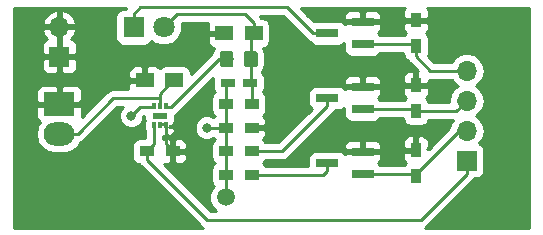
<source format=gtl>
G04 #@! TF.GenerationSoftware,KiCad,Pcbnew,5.0.2-bee76a0~70~ubuntu16.04.1*
G04 #@! TF.CreationDate,2019-01-02T15:35:10+05:30*
G04 #@! TF.ProjectId,Ap3403_LED_test,41703334-3033-45f4-9c45-445f74657374,rev?*
G04 #@! TF.SameCoordinates,Original*
G04 #@! TF.FileFunction,Copper,L1,Top*
G04 #@! TF.FilePolarity,Positive*
%FSLAX46Y46*%
G04 Gerber Fmt 4.6, Leading zero omitted, Abs format (unit mm)*
G04 Created by KiCad (PCBNEW 5.0.2-bee76a0~70~ubuntu16.04.1) date Wed Jan  2 15:35:10 2019*
%MOMM*%
%LPD*%
G01*
G04 APERTURE LIST*
G04 #@! TA.AperFunction,SMDPad,CuDef*
%ADD10R,1.300000X0.600000*%
G04 #@! TD*
G04 #@! TA.AperFunction,SMDPad,CuDef*
%ADD11R,0.300000X0.600000*%
G04 #@! TD*
G04 #@! TA.AperFunction,ComponentPad*
%ADD12R,1.800000X1.800000*%
G04 #@! TD*
G04 #@! TA.AperFunction,ComponentPad*
%ADD13C,1.800000*%
G04 #@! TD*
G04 #@! TA.AperFunction,SMDPad,CuDef*
%ADD14R,1.900000X0.800000*%
G04 #@! TD*
G04 #@! TA.AperFunction,SMDPad,CuDef*
%ADD15R,1.500000X1.250000*%
G04 #@! TD*
G04 #@! TA.AperFunction,SMDPad,CuDef*
%ADD16R,1.200000X0.750000*%
G04 #@! TD*
G04 #@! TA.AperFunction,ComponentPad*
%ADD17O,2.600000X2.000000*%
G04 #@! TD*
G04 #@! TA.AperFunction,ComponentPad*
%ADD18R,2.600000X2.000000*%
G04 #@! TD*
G04 #@! TA.AperFunction,ComponentPad*
%ADD19R,1.700000X1.700000*%
G04 #@! TD*
G04 #@! TA.AperFunction,ComponentPad*
%ADD20O,1.700000X1.700000*%
G04 #@! TD*
G04 #@! TA.AperFunction,SMDPad,CuDef*
%ADD21R,1.200000X0.900000*%
G04 #@! TD*
G04 #@! TA.AperFunction,SMDPad,CuDef*
%ADD22R,0.900000X1.200000*%
G04 #@! TD*
G04 #@! TA.AperFunction,BGAPad,CuDef*
%ADD23C,1.500000*%
G04 #@! TD*
G04 #@! TA.AperFunction,Conductor*
%ADD24C,0.100000*%
G04 #@! TD*
G04 #@! TA.AperFunction,SMDPad,CuDef*
%ADD25C,1.150000*%
G04 #@! TD*
G04 #@! TA.AperFunction,ViaPad*
%ADD26C,0.800000*%
G04 #@! TD*
G04 #@! TA.AperFunction,Conductor*
%ADD27C,0.250000*%
G04 #@! TD*
G04 #@! TA.AperFunction,Conductor*
%ADD28C,0.254000*%
G04 #@! TD*
G04 APERTURE END LIST*
D10*
G04 #@! TO.P,U1,EP*
G04 #@! TO.N,N/C*
X26000000Y-186800000D03*
D11*
G04 #@! TO.P,U1,2*
G04 #@! TO.N,GND*
X26000000Y-187600000D03*
G04 #@! TO.P,U1,5*
G04 #@! TO.N,/VIN*
X26000000Y-186000000D03*
G04 #@! TO.P,U1,4*
G04 #@! TO.N,Net-(L1-Pad1)*
X26500000Y-186000000D03*
G04 #@! TO.P,U1,6*
G04 #@! TO.N,Net-(C2-Pad2)*
X25500000Y-186000000D03*
G04 #@! TO.P,U1,1*
G04 #@! TO.N,/REG_EN*
X25500000Y-187600000D03*
G04 #@! TO.P,U1,3*
G04 #@! TO.N,GND*
X26500000Y-187600000D03*
G04 #@! TD*
D12*
G04 #@! TO.P,D1,1*
G04 #@! TO.N,Net-(D1-Pad1)*
X23800000Y-179300000D03*
D13*
G04 #@! TO.P,D1,2*
G04 #@! TO.N,/VLED*
X26340000Y-179300000D03*
G04 #@! TD*
D14*
G04 #@! TO.P,Q2,1*
G04 #@! TO.N,/PWR2*
X43200000Y-186250000D03*
G04 #@! TO.P,Q2,2*
G04 #@! TO.N,GND*
X43200000Y-184350000D03*
G04 #@! TO.P,Q2,3*
G04 #@! TO.N,Net-(Q2-Pad3)*
X40200000Y-185300000D03*
G04 #@! TD*
D15*
G04 #@! TO.P,C1,1*
G04 #@! TO.N,/VIN*
X27250000Y-183800000D03*
G04 #@! TO.P,C1,2*
G04 #@! TO.N,GND*
X24750000Y-183800000D03*
G04 #@! TD*
D16*
G04 #@! TO.P,C2,2*
G04 #@! TO.N,Net-(C2-Pad2)*
X31750000Y-184000000D03*
G04 #@! TO.P,C2,1*
G04 #@! TO.N,/VLED*
X33650000Y-184000000D03*
G04 #@! TD*
D15*
G04 #@! TO.P,C3,2*
G04 #@! TO.N,GND*
X31450000Y-179800000D03*
G04 #@! TO.P,C3,1*
G04 #@! TO.N,/VLED*
X33950000Y-179800000D03*
G04 #@! TD*
D17*
G04 #@! TO.P,J1,2*
G04 #@! TO.N,/VIN*
X17500000Y-188340000D03*
D18*
G04 #@! TO.P,J1,1*
G04 #@! TO.N,GND*
X17500000Y-185800000D03*
G04 #@! TD*
D19*
G04 #@! TO.P,J2,1*
G04 #@! TO.N,GND*
X17500000Y-181800000D03*
D20*
G04 #@! TO.P,J2,2*
X17500000Y-179260000D03*
G04 #@! TD*
D19*
G04 #@! TO.P,J3,1*
G04 #@! TO.N,/REG_EN*
X52000000Y-190600000D03*
D20*
G04 #@! TO.P,J3,2*
G04 #@! TO.N,/PWR1*
X52000000Y-188060000D03*
G04 #@! TO.P,J3,3*
G04 #@! TO.N,/PWR2*
X52000000Y-185520000D03*
G04 #@! TO.P,J3,4*
G04 #@! TO.N,/LED_EN*
X52000000Y-182980000D03*
G04 #@! TD*
D14*
G04 #@! TO.P,Q1,1*
G04 #@! TO.N,/PWR1*
X43200000Y-191750000D03*
G04 #@! TO.P,Q1,2*
G04 #@! TO.N,GND*
X43200000Y-189850000D03*
G04 #@! TO.P,Q1,3*
G04 #@! TO.N,Net-(Q1-Pad3)*
X40200000Y-190800000D03*
G04 #@! TD*
G04 #@! TO.P,Q3,3*
G04 #@! TO.N,Net-(D1-Pad1)*
X40200000Y-179800000D03*
G04 #@! TO.P,Q3,2*
G04 #@! TO.N,GND*
X43200000Y-178850000D03*
G04 #@! TO.P,Q3,1*
G04 #@! TO.N,/LED_EN*
X43200000Y-180750000D03*
G04 #@! TD*
D21*
G04 #@! TO.P,R1,2*
G04 #@! TO.N,GND*
X27100000Y-189800000D03*
G04 #@! TO.P,R1,1*
G04 #@! TO.N,/REG_EN*
X24900000Y-189800000D03*
G04 #@! TD*
G04 #@! TO.P,R2,2*
G04 #@! TO.N,Net-(C2-Pad2)*
X31600000Y-185800000D03*
G04 #@! TO.P,R2,1*
G04 #@! TO.N,/VLED*
X33800000Y-185800000D03*
G04 #@! TD*
G04 #@! TO.P,R3,1*
G04 #@! TO.N,Net-(C2-Pad2)*
X31600000Y-187800000D03*
G04 #@! TO.P,R3,2*
G04 #@! TO.N,GND*
X33800000Y-187800000D03*
G04 #@! TD*
D22*
G04 #@! TO.P,R4,1*
G04 #@! TO.N,/PWR1*
X47700000Y-191900000D03*
G04 #@! TO.P,R4,2*
G04 #@! TO.N,GND*
X47700000Y-189700000D03*
G04 #@! TD*
D21*
G04 #@! TO.P,R5,2*
G04 #@! TO.N,Net-(Q1-Pad3)*
X33800000Y-191800000D03*
G04 #@! TO.P,R5,1*
G04 #@! TO.N,Net-(C2-Pad2)*
X31600000Y-191800000D03*
G04 #@! TD*
D22*
G04 #@! TO.P,R6,2*
G04 #@! TO.N,GND*
X47700000Y-184200000D03*
G04 #@! TO.P,R6,1*
G04 #@! TO.N,/PWR2*
X47700000Y-186400000D03*
G04 #@! TD*
D21*
G04 #@! TO.P,R7,1*
G04 #@! TO.N,Net-(C2-Pad2)*
X31600000Y-189800000D03*
G04 #@! TO.P,R7,2*
G04 #@! TO.N,Net-(Q2-Pad3)*
X33800000Y-189800000D03*
G04 #@! TD*
D22*
G04 #@! TO.P,R8,1*
G04 #@! TO.N,/LED_EN*
X47700000Y-180900000D03*
G04 #@! TO.P,R8,2*
G04 #@! TO.N,GND*
X47700000Y-178700000D03*
G04 #@! TD*
D23*
G04 #@! TO.P,TP1,1*
G04 #@! TO.N,Net-(C2-Pad2)*
X31600000Y-193700000D03*
G04 #@! TD*
D24*
G04 #@! TO.N,Net-(L1-Pad1)*
G04 #@! TO.C,L1*
G36*
X32024505Y-181301204D02*
X32048773Y-181304804D01*
X32072572Y-181310765D01*
X32095671Y-181319030D01*
X32117850Y-181329520D01*
X32138893Y-181342132D01*
X32158599Y-181356747D01*
X32176777Y-181373223D01*
X32193253Y-181391401D01*
X32207868Y-181411107D01*
X32220480Y-181432150D01*
X32230970Y-181454329D01*
X32239235Y-181477428D01*
X32245196Y-181501227D01*
X32248796Y-181525495D01*
X32250000Y-181549999D01*
X32250000Y-182450001D01*
X32248796Y-182474505D01*
X32245196Y-182498773D01*
X32239235Y-182522572D01*
X32230970Y-182545671D01*
X32220480Y-182567850D01*
X32207868Y-182588893D01*
X32193253Y-182608599D01*
X32176777Y-182626777D01*
X32158599Y-182643253D01*
X32138893Y-182657868D01*
X32117850Y-182670480D01*
X32095671Y-182680970D01*
X32072572Y-182689235D01*
X32048773Y-182695196D01*
X32024505Y-182698796D01*
X32000001Y-182700000D01*
X31349999Y-182700000D01*
X31325495Y-182698796D01*
X31301227Y-182695196D01*
X31277428Y-182689235D01*
X31254329Y-182680970D01*
X31232150Y-182670480D01*
X31211107Y-182657868D01*
X31191401Y-182643253D01*
X31173223Y-182626777D01*
X31156747Y-182608599D01*
X31142132Y-182588893D01*
X31129520Y-182567850D01*
X31119030Y-182545671D01*
X31110765Y-182522572D01*
X31104804Y-182498773D01*
X31101204Y-182474505D01*
X31100000Y-182450001D01*
X31100000Y-181549999D01*
X31101204Y-181525495D01*
X31104804Y-181501227D01*
X31110765Y-181477428D01*
X31119030Y-181454329D01*
X31129520Y-181432150D01*
X31142132Y-181411107D01*
X31156747Y-181391401D01*
X31173223Y-181373223D01*
X31191401Y-181356747D01*
X31211107Y-181342132D01*
X31232150Y-181329520D01*
X31254329Y-181319030D01*
X31277428Y-181310765D01*
X31301227Y-181304804D01*
X31325495Y-181301204D01*
X31349999Y-181300000D01*
X32000001Y-181300000D01*
X32024505Y-181301204D01*
X32024505Y-181301204D01*
G37*
D25*
G04 #@! TD*
G04 #@! TO.P,L1,1*
G04 #@! TO.N,Net-(L1-Pad1)*
X31675000Y-182000000D03*
D24*
G04 #@! TO.N,/VLED*
G04 #@! TO.C,L1*
G36*
X34074505Y-181301204D02*
X34098773Y-181304804D01*
X34122572Y-181310765D01*
X34145671Y-181319030D01*
X34167850Y-181329520D01*
X34188893Y-181342132D01*
X34208599Y-181356747D01*
X34226777Y-181373223D01*
X34243253Y-181391401D01*
X34257868Y-181411107D01*
X34270480Y-181432150D01*
X34280970Y-181454329D01*
X34289235Y-181477428D01*
X34295196Y-181501227D01*
X34298796Y-181525495D01*
X34300000Y-181549999D01*
X34300000Y-182450001D01*
X34298796Y-182474505D01*
X34295196Y-182498773D01*
X34289235Y-182522572D01*
X34280970Y-182545671D01*
X34270480Y-182567850D01*
X34257868Y-182588893D01*
X34243253Y-182608599D01*
X34226777Y-182626777D01*
X34208599Y-182643253D01*
X34188893Y-182657868D01*
X34167850Y-182670480D01*
X34145671Y-182680970D01*
X34122572Y-182689235D01*
X34098773Y-182695196D01*
X34074505Y-182698796D01*
X34050001Y-182700000D01*
X33399999Y-182700000D01*
X33375495Y-182698796D01*
X33351227Y-182695196D01*
X33327428Y-182689235D01*
X33304329Y-182680970D01*
X33282150Y-182670480D01*
X33261107Y-182657868D01*
X33241401Y-182643253D01*
X33223223Y-182626777D01*
X33206747Y-182608599D01*
X33192132Y-182588893D01*
X33179520Y-182567850D01*
X33169030Y-182545671D01*
X33160765Y-182522572D01*
X33154804Y-182498773D01*
X33151204Y-182474505D01*
X33150000Y-182450001D01*
X33150000Y-181549999D01*
X33151204Y-181525495D01*
X33154804Y-181501227D01*
X33160765Y-181477428D01*
X33169030Y-181454329D01*
X33179520Y-181432150D01*
X33192132Y-181411107D01*
X33206747Y-181391401D01*
X33223223Y-181373223D01*
X33241401Y-181356747D01*
X33261107Y-181342132D01*
X33282150Y-181329520D01*
X33304329Y-181319030D01*
X33327428Y-181310765D01*
X33351227Y-181304804D01*
X33375495Y-181301204D01*
X33399999Y-181300000D01*
X34050001Y-181300000D01*
X34074505Y-181301204D01*
X34074505Y-181301204D01*
G37*
D25*
G04 #@! TD*
G04 #@! TO.P,L1,2*
G04 #@! TO.N,/VLED*
X33725000Y-182000000D03*
D26*
G04 #@! TO.N,GND*
X27100000Y-191200000D03*
X43200000Y-182900000D03*
X43200000Y-188100000D03*
X49100000Y-178700000D03*
G04 #@! TO.N,Net-(C2-Pad2)*
X30000000Y-187800000D03*
X23600000Y-186800000D03*
G04 #@! TD*
D27*
G04 #@! TO.N,/VIN*
X26000000Y-185600000D02*
X26000000Y-186075000D01*
X27125000Y-183800000D02*
X26000000Y-184925000D01*
X27250000Y-183800000D02*
X27125000Y-183800000D01*
X22090000Y-185300000D02*
X26000000Y-185300000D01*
X17500000Y-188340000D02*
X19050000Y-188340000D01*
X26000000Y-184925000D02*
X26000000Y-185300000D01*
X19050000Y-188340000D02*
X22090000Y-185300000D01*
X26000000Y-185300000D02*
X26000000Y-185600000D01*
G04 #@! TO.N,GND*
X26000000Y-187525000D02*
X26500000Y-187525000D01*
X26500000Y-189200000D02*
X27100000Y-189800000D01*
X26500000Y-187525000D02*
X26500000Y-189200000D01*
X47550000Y-178850000D02*
X47700000Y-178700000D01*
X43200000Y-178850000D02*
X47550000Y-178850000D01*
X47550000Y-184350000D02*
X47700000Y-184200000D01*
X43200000Y-184350000D02*
X47550000Y-184350000D01*
X47550000Y-189850000D02*
X47700000Y-189700000D01*
X43200000Y-189850000D02*
X47550000Y-189850000D01*
X21050000Y-183800000D02*
X23750000Y-183800000D01*
X23750000Y-183800000D02*
X24750000Y-183800000D01*
X19050000Y-185800000D02*
X21050000Y-183800000D01*
X17500000Y-185800000D02*
X19050000Y-185800000D01*
X27100000Y-189800000D02*
X27100000Y-191200000D01*
X43200000Y-184350000D02*
X43200000Y-182900000D01*
X43200000Y-189850000D02*
X43200000Y-188100000D01*
X47700000Y-178700000D02*
X49100000Y-178700000D01*
G04 #@! TO.N,Net-(C2-Pad2)*
X31600000Y-185800000D02*
X31600000Y-187800000D01*
X31600000Y-187800000D02*
X30000000Y-187800000D01*
X24325000Y-186075000D02*
X25500000Y-186075000D01*
X23600000Y-186800000D02*
X24325000Y-186075000D01*
X31600000Y-187800000D02*
X31600000Y-189800000D01*
X31600000Y-189800000D02*
X31600000Y-191800000D01*
X31600000Y-184150000D02*
X31750000Y-184000000D01*
X31600000Y-185800000D02*
X31600000Y-184150000D01*
X31600000Y-191800000D02*
X31600000Y-193700000D01*
G04 #@! TO.N,/VLED*
X33800000Y-184150000D02*
X33650000Y-184000000D01*
X33800000Y-185800000D02*
X33800000Y-184150000D01*
X33725000Y-180025000D02*
X33950000Y-179800000D01*
X33725000Y-182000000D02*
X33725000Y-180025000D01*
X33725000Y-183925000D02*
X33650000Y-184000000D01*
X33725000Y-182000000D02*
X33725000Y-183925000D01*
X33950000Y-178925000D02*
X33225000Y-178200000D01*
X33950000Y-179800000D02*
X33950000Y-178925000D01*
X27440000Y-178200000D02*
X26340000Y-179300000D01*
X33225000Y-178200000D02*
X27440000Y-178200000D01*
G04 #@! TO.N,Net-(D1-Pad1)*
X23800000Y-179300000D02*
X23800000Y-178150000D01*
X23800000Y-178150000D02*
X24350000Y-177600000D01*
X39000000Y-179800000D02*
X40200000Y-179800000D01*
X36800000Y-177600000D02*
X39000000Y-179800000D01*
X24350000Y-177600000D02*
X36800000Y-177600000D01*
G04 #@! TO.N,/REG_EN*
X25500000Y-189200000D02*
X24900000Y-189800000D01*
X25500000Y-187525000D02*
X25500000Y-189200000D01*
X52000000Y-191700000D02*
X52000000Y-190600000D01*
X48100000Y-195600000D02*
X52000000Y-191700000D01*
X30000000Y-195600000D02*
X48100000Y-195600000D01*
X24900000Y-190500000D02*
X30000000Y-195600000D01*
X24900000Y-189800000D02*
X24900000Y-190500000D01*
G04 #@! TO.N,/PWR1*
X47550000Y-191750000D02*
X47700000Y-191900000D01*
X43200000Y-191750000D02*
X47550000Y-191750000D01*
X51390000Y-188060000D02*
X52000000Y-188060000D01*
X47700000Y-191750000D02*
X51390000Y-188060000D01*
X47700000Y-191900000D02*
X47700000Y-191750000D01*
G04 #@! TO.N,/PWR2*
X47550000Y-186250000D02*
X47700000Y-186400000D01*
X43200000Y-186250000D02*
X47550000Y-186250000D01*
X51120000Y-186400000D02*
X52000000Y-185520000D01*
X47700000Y-186400000D02*
X51120000Y-186400000D01*
G04 #@! TO.N,/LED_EN*
X47550000Y-180750000D02*
X47700000Y-180900000D01*
X43200000Y-180750000D02*
X47550000Y-180750000D01*
X50797919Y-182980000D02*
X52000000Y-182980000D01*
X48930000Y-182980000D02*
X50797919Y-182980000D01*
X47700000Y-181750000D02*
X48930000Y-182980000D01*
X47700000Y-180900000D02*
X47700000Y-181750000D01*
G04 #@! TO.N,Net-(L1-Pad1)*
X26900000Y-186075000D02*
X26500000Y-186075000D01*
X26925000Y-186075000D02*
X26900000Y-186075000D01*
X31000000Y-182000000D02*
X26925000Y-186075000D01*
X31675000Y-182000000D02*
X31000000Y-182000000D01*
G04 #@! TO.N,Net-(Q1-Pad3)*
X34650000Y-191800000D02*
X33800000Y-191800000D01*
X39850000Y-191800000D02*
X34650000Y-191800000D01*
X40200000Y-191450000D02*
X39850000Y-191800000D01*
X40200000Y-190800000D02*
X40200000Y-191450000D01*
G04 #@! TO.N,Net-(Q2-Pad3)*
X36350000Y-189800000D02*
X40200000Y-185950000D01*
X40200000Y-185950000D02*
X40200000Y-185300000D01*
X33800000Y-189800000D02*
X36350000Y-189800000D01*
G04 #@! TD*
D28*
G04 #@! TO.N,GND*
G36*
X46711673Y-177740302D02*
X46615000Y-177973691D01*
X46615000Y-178414250D01*
X46773750Y-178573000D01*
X47573000Y-178573000D01*
X47573000Y-178553000D01*
X47827000Y-178553000D01*
X47827000Y-178573000D01*
X48626250Y-178573000D01*
X48785000Y-178414250D01*
X48785000Y-177973691D01*
X48688327Y-177740302D01*
X48658025Y-177710000D01*
X57290001Y-177710000D01*
X57290000Y-196290000D01*
X48435305Y-196290000D01*
X48647929Y-196147929D01*
X48690331Y-196084470D01*
X52484473Y-192290329D01*
X52547929Y-192247929D01*
X52648483Y-192097440D01*
X52850000Y-192097440D01*
X53097765Y-192048157D01*
X53307809Y-191907809D01*
X53448157Y-191697765D01*
X53497440Y-191450000D01*
X53497440Y-189750000D01*
X53448157Y-189502235D01*
X53307809Y-189292191D01*
X53097765Y-189151843D01*
X53052381Y-189142816D01*
X53070625Y-189130625D01*
X53398839Y-188639418D01*
X53514092Y-188060000D01*
X53398839Y-187480582D01*
X53070625Y-186989375D01*
X52772239Y-186790000D01*
X53070625Y-186590625D01*
X53398839Y-186099418D01*
X53514092Y-185520000D01*
X53398839Y-184940582D01*
X53070625Y-184449375D01*
X52772239Y-184250000D01*
X53070625Y-184050625D01*
X53398839Y-183559418D01*
X53514092Y-182980000D01*
X53398839Y-182400582D01*
X53070625Y-181909375D01*
X52579418Y-181581161D01*
X52146256Y-181495000D01*
X51853744Y-181495000D01*
X51420582Y-181581161D01*
X50929375Y-181909375D01*
X50721822Y-182220000D01*
X49244802Y-182220000D01*
X48752207Y-181727405D01*
X48797440Y-181500000D01*
X48797440Y-180300000D01*
X48748157Y-180052235D01*
X48607809Y-179842191D01*
X48546680Y-179801346D01*
X48688327Y-179659698D01*
X48785000Y-179426309D01*
X48785000Y-178985750D01*
X48626250Y-178827000D01*
X47827000Y-178827000D01*
X47827000Y-178847000D01*
X47573000Y-178847000D01*
X47573000Y-178827000D01*
X46773750Y-178827000D01*
X46615000Y-178985750D01*
X46615000Y-179426309D01*
X46711673Y-179659698D01*
X46853320Y-179801346D01*
X46792191Y-179842191D01*
X46693427Y-179990000D01*
X44673163Y-179990000D01*
X44607809Y-179892191D01*
X44474306Y-179802987D01*
X44509698Y-179788327D01*
X44688327Y-179609699D01*
X44785000Y-179376310D01*
X44785000Y-179135750D01*
X44626250Y-178977000D01*
X43327000Y-178977000D01*
X43327000Y-178997000D01*
X43073000Y-178997000D01*
X43073000Y-178977000D01*
X41773750Y-178977000D01*
X41688219Y-179062531D01*
X41607809Y-178942191D01*
X41397765Y-178801843D01*
X41150000Y-178752560D01*
X39250000Y-178752560D01*
X39064300Y-178789498D01*
X38598492Y-178323690D01*
X41615000Y-178323690D01*
X41615000Y-178564250D01*
X41773750Y-178723000D01*
X43073000Y-178723000D01*
X43073000Y-177973750D01*
X43327000Y-177973750D01*
X43327000Y-178723000D01*
X44626250Y-178723000D01*
X44785000Y-178564250D01*
X44785000Y-178323690D01*
X44688327Y-178090301D01*
X44509698Y-177911673D01*
X44276309Y-177815000D01*
X43485750Y-177815000D01*
X43327000Y-177973750D01*
X43073000Y-177973750D01*
X42914250Y-177815000D01*
X42123691Y-177815000D01*
X41890302Y-177911673D01*
X41711673Y-178090301D01*
X41615000Y-178323690D01*
X38598492Y-178323690D01*
X37984801Y-177710000D01*
X46741975Y-177710000D01*
X46711673Y-177740302D01*
X46711673Y-177740302D01*
G37*
X46711673Y-177740302D02*
X46615000Y-177973691D01*
X46615000Y-178414250D01*
X46773750Y-178573000D01*
X47573000Y-178573000D01*
X47573000Y-178553000D01*
X47827000Y-178553000D01*
X47827000Y-178573000D01*
X48626250Y-178573000D01*
X48785000Y-178414250D01*
X48785000Y-177973691D01*
X48688327Y-177740302D01*
X48658025Y-177710000D01*
X57290001Y-177710000D01*
X57290000Y-196290000D01*
X48435305Y-196290000D01*
X48647929Y-196147929D01*
X48690331Y-196084470D01*
X52484473Y-192290329D01*
X52547929Y-192247929D01*
X52648483Y-192097440D01*
X52850000Y-192097440D01*
X53097765Y-192048157D01*
X53307809Y-191907809D01*
X53448157Y-191697765D01*
X53497440Y-191450000D01*
X53497440Y-189750000D01*
X53448157Y-189502235D01*
X53307809Y-189292191D01*
X53097765Y-189151843D01*
X53052381Y-189142816D01*
X53070625Y-189130625D01*
X53398839Y-188639418D01*
X53514092Y-188060000D01*
X53398839Y-187480582D01*
X53070625Y-186989375D01*
X52772239Y-186790000D01*
X53070625Y-186590625D01*
X53398839Y-186099418D01*
X53514092Y-185520000D01*
X53398839Y-184940582D01*
X53070625Y-184449375D01*
X52772239Y-184250000D01*
X53070625Y-184050625D01*
X53398839Y-183559418D01*
X53514092Y-182980000D01*
X53398839Y-182400582D01*
X53070625Y-181909375D01*
X52579418Y-181581161D01*
X52146256Y-181495000D01*
X51853744Y-181495000D01*
X51420582Y-181581161D01*
X50929375Y-181909375D01*
X50721822Y-182220000D01*
X49244802Y-182220000D01*
X48752207Y-181727405D01*
X48797440Y-181500000D01*
X48797440Y-180300000D01*
X48748157Y-180052235D01*
X48607809Y-179842191D01*
X48546680Y-179801346D01*
X48688327Y-179659698D01*
X48785000Y-179426309D01*
X48785000Y-178985750D01*
X48626250Y-178827000D01*
X47827000Y-178827000D01*
X47827000Y-178847000D01*
X47573000Y-178847000D01*
X47573000Y-178827000D01*
X46773750Y-178827000D01*
X46615000Y-178985750D01*
X46615000Y-179426309D01*
X46711673Y-179659698D01*
X46853320Y-179801346D01*
X46792191Y-179842191D01*
X46693427Y-179990000D01*
X44673163Y-179990000D01*
X44607809Y-179892191D01*
X44474306Y-179802987D01*
X44509698Y-179788327D01*
X44688327Y-179609699D01*
X44785000Y-179376310D01*
X44785000Y-179135750D01*
X44626250Y-178977000D01*
X43327000Y-178977000D01*
X43327000Y-178997000D01*
X43073000Y-178997000D01*
X43073000Y-178977000D01*
X41773750Y-178977000D01*
X41688219Y-179062531D01*
X41607809Y-178942191D01*
X41397765Y-178801843D01*
X41150000Y-178752560D01*
X39250000Y-178752560D01*
X39064300Y-178789498D01*
X38598492Y-178323690D01*
X41615000Y-178323690D01*
X41615000Y-178564250D01*
X41773750Y-178723000D01*
X43073000Y-178723000D01*
X43073000Y-177973750D01*
X43327000Y-177973750D01*
X43327000Y-178723000D01*
X44626250Y-178723000D01*
X44785000Y-178564250D01*
X44785000Y-178323690D01*
X44688327Y-178090301D01*
X44509698Y-177911673D01*
X44276309Y-177815000D01*
X43485750Y-177815000D01*
X43327000Y-177973750D01*
X43073000Y-177973750D01*
X42914250Y-177815000D01*
X42123691Y-177815000D01*
X41890302Y-177911673D01*
X41711673Y-178090301D01*
X41615000Y-178323690D01*
X38598492Y-178323690D01*
X37984801Y-177710000D01*
X46741975Y-177710000D01*
X46711673Y-177740302D01*
G36*
X23151518Y-177752560D02*
X22900000Y-177752560D01*
X22652235Y-177801843D01*
X22442191Y-177942191D01*
X22301843Y-178152235D01*
X22252560Y-178400000D01*
X22252560Y-180200000D01*
X22301843Y-180447765D01*
X22442191Y-180657809D01*
X22652235Y-180798157D01*
X22900000Y-180847440D01*
X24700000Y-180847440D01*
X24947765Y-180798157D01*
X25157809Y-180657809D01*
X25298157Y-180447765D01*
X25301275Y-180432092D01*
X25470493Y-180601310D01*
X26034670Y-180835000D01*
X26645330Y-180835000D01*
X27209507Y-180601310D01*
X27641310Y-180169507D01*
X27875000Y-179605330D01*
X27875000Y-178994670D01*
X27860639Y-178960000D01*
X30101737Y-178960000D01*
X30065000Y-179048690D01*
X30065000Y-179514250D01*
X30223750Y-179673000D01*
X31323000Y-179673000D01*
X31323000Y-179653000D01*
X31577000Y-179653000D01*
X31577000Y-179673000D01*
X31597000Y-179673000D01*
X31597000Y-179927000D01*
X31577000Y-179927000D01*
X31577000Y-179947000D01*
X31323000Y-179947000D01*
X31323000Y-179927000D01*
X30223750Y-179927000D01*
X30065000Y-180085750D01*
X30065000Y-180551310D01*
X30161673Y-180784699D01*
X30340302Y-180963327D01*
X30573691Y-181060000D01*
X30618804Y-181060000D01*
X30520873Y-181206564D01*
X30475100Y-181436684D01*
X30452071Y-181452071D01*
X30409671Y-181515527D01*
X28647440Y-183277758D01*
X28647440Y-183175000D01*
X28598157Y-182927235D01*
X28457809Y-182717191D01*
X28247765Y-182576843D01*
X28000000Y-182527560D01*
X26500000Y-182527560D01*
X26252235Y-182576843D01*
X26042191Y-182717191D01*
X26001346Y-182778320D01*
X25859698Y-182636673D01*
X25626309Y-182540000D01*
X25035750Y-182540000D01*
X24877000Y-182698750D01*
X24877000Y-183673000D01*
X24897000Y-183673000D01*
X24897000Y-183927000D01*
X24877000Y-183927000D01*
X24877000Y-183947000D01*
X24623000Y-183947000D01*
X24623000Y-183927000D01*
X23523750Y-183927000D01*
X23365000Y-184085750D01*
X23365000Y-184540000D01*
X22164846Y-184540000D01*
X22089999Y-184525112D01*
X22015152Y-184540000D01*
X22015148Y-184540000D01*
X21793463Y-184584096D01*
X21542071Y-184752071D01*
X21499671Y-184815527D01*
X19435000Y-186880199D01*
X19435000Y-186085750D01*
X19276250Y-185927000D01*
X17627000Y-185927000D01*
X17627000Y-185947000D01*
X17373000Y-185947000D01*
X17373000Y-185927000D01*
X15723750Y-185927000D01*
X15565000Y-186085750D01*
X15565000Y-186926309D01*
X15661673Y-187159698D01*
X15840301Y-187338327D01*
X15889330Y-187358635D01*
X15659864Y-187702055D01*
X15532969Y-188340000D01*
X15659864Y-188977945D01*
X16021231Y-189518769D01*
X16562055Y-189880136D01*
X17038969Y-189975000D01*
X17961031Y-189975000D01*
X18437945Y-189880136D01*
X18978769Y-189518769D01*
X19279080Y-189069322D01*
X19346537Y-189055904D01*
X19597929Y-188887929D01*
X19640331Y-188824470D01*
X22404802Y-186060000D01*
X22876289Y-186060000D01*
X22722569Y-186213720D01*
X22565000Y-186594126D01*
X22565000Y-187005874D01*
X22722569Y-187386280D01*
X23013720Y-187677431D01*
X23394126Y-187835000D01*
X23805874Y-187835000D01*
X24186280Y-187677431D01*
X24477431Y-187386280D01*
X24635000Y-187005874D01*
X24635000Y-186839802D01*
X24639802Y-186835000D01*
X24702560Y-186835000D01*
X24702560Y-187100000D01*
X24722451Y-187200000D01*
X24702560Y-187300000D01*
X24702560Y-187900000D01*
X24740000Y-188088227D01*
X24740001Y-188702560D01*
X24300000Y-188702560D01*
X24052235Y-188751843D01*
X23842191Y-188892191D01*
X23701843Y-189102235D01*
X23652560Y-189350000D01*
X23652560Y-190250000D01*
X23701843Y-190497765D01*
X23842191Y-190707809D01*
X24052235Y-190848157D01*
X24244087Y-190886318D01*
X24309421Y-190984097D01*
X24352072Y-191047929D01*
X24415528Y-191090329D01*
X29409671Y-196084473D01*
X29452071Y-196147929D01*
X29664695Y-196290000D01*
X13710000Y-196290000D01*
X13710000Y-184673691D01*
X15565000Y-184673691D01*
X15565000Y-185514250D01*
X15723750Y-185673000D01*
X17373000Y-185673000D01*
X17373000Y-184323750D01*
X17627000Y-184323750D01*
X17627000Y-185673000D01*
X19276250Y-185673000D01*
X19435000Y-185514250D01*
X19435000Y-184673691D01*
X19338327Y-184440302D01*
X19159699Y-184261673D01*
X18926310Y-184165000D01*
X17785750Y-184165000D01*
X17627000Y-184323750D01*
X17373000Y-184323750D01*
X17214250Y-184165000D01*
X16073690Y-184165000D01*
X15840301Y-184261673D01*
X15661673Y-184440302D01*
X15565000Y-184673691D01*
X13710000Y-184673691D01*
X13710000Y-182085750D01*
X16015000Y-182085750D01*
X16015000Y-182776310D01*
X16111673Y-183009699D01*
X16290302Y-183188327D01*
X16523691Y-183285000D01*
X17214250Y-183285000D01*
X17373000Y-183126250D01*
X17373000Y-181927000D01*
X17627000Y-181927000D01*
X17627000Y-183126250D01*
X17785750Y-183285000D01*
X18476309Y-183285000D01*
X18709698Y-183188327D01*
X18849335Y-183048690D01*
X23365000Y-183048690D01*
X23365000Y-183514250D01*
X23523750Y-183673000D01*
X24623000Y-183673000D01*
X24623000Y-182698750D01*
X24464250Y-182540000D01*
X23873691Y-182540000D01*
X23640302Y-182636673D01*
X23461673Y-182815301D01*
X23365000Y-183048690D01*
X18849335Y-183048690D01*
X18888327Y-183009699D01*
X18985000Y-182776310D01*
X18985000Y-182085750D01*
X18826250Y-181927000D01*
X17627000Y-181927000D01*
X17373000Y-181927000D01*
X16173750Y-181927000D01*
X16015000Y-182085750D01*
X13710000Y-182085750D01*
X13710000Y-180823690D01*
X16015000Y-180823690D01*
X16015000Y-181514250D01*
X16173750Y-181673000D01*
X17373000Y-181673000D01*
X17373000Y-179387000D01*
X17627000Y-179387000D01*
X17627000Y-181673000D01*
X18826250Y-181673000D01*
X18985000Y-181514250D01*
X18985000Y-180823690D01*
X18888327Y-180590301D01*
X18709698Y-180411673D01*
X18500122Y-180324864D01*
X18771645Y-180026924D01*
X18941476Y-179616890D01*
X18820155Y-179387000D01*
X17627000Y-179387000D01*
X17373000Y-179387000D01*
X16179845Y-179387000D01*
X16058524Y-179616890D01*
X16228355Y-180026924D01*
X16499878Y-180324864D01*
X16290302Y-180411673D01*
X16111673Y-180590301D01*
X16015000Y-180823690D01*
X13710000Y-180823690D01*
X13710000Y-178903110D01*
X16058524Y-178903110D01*
X16179845Y-179133000D01*
X17373000Y-179133000D01*
X17373000Y-177939181D01*
X17627000Y-177939181D01*
X17627000Y-179133000D01*
X18820155Y-179133000D01*
X18941476Y-178903110D01*
X18771645Y-178493076D01*
X18381358Y-178064817D01*
X17856892Y-177818514D01*
X17627000Y-177939181D01*
X17373000Y-177939181D01*
X17143108Y-177818514D01*
X16618642Y-178064817D01*
X16228355Y-178493076D01*
X16058524Y-178903110D01*
X13710000Y-178903110D01*
X13710000Y-177710000D01*
X23179956Y-177710000D01*
X23151518Y-177752560D01*
X23151518Y-177752560D01*
G37*
X23151518Y-177752560D02*
X22900000Y-177752560D01*
X22652235Y-177801843D01*
X22442191Y-177942191D01*
X22301843Y-178152235D01*
X22252560Y-178400000D01*
X22252560Y-180200000D01*
X22301843Y-180447765D01*
X22442191Y-180657809D01*
X22652235Y-180798157D01*
X22900000Y-180847440D01*
X24700000Y-180847440D01*
X24947765Y-180798157D01*
X25157809Y-180657809D01*
X25298157Y-180447765D01*
X25301275Y-180432092D01*
X25470493Y-180601310D01*
X26034670Y-180835000D01*
X26645330Y-180835000D01*
X27209507Y-180601310D01*
X27641310Y-180169507D01*
X27875000Y-179605330D01*
X27875000Y-178994670D01*
X27860639Y-178960000D01*
X30101737Y-178960000D01*
X30065000Y-179048690D01*
X30065000Y-179514250D01*
X30223750Y-179673000D01*
X31323000Y-179673000D01*
X31323000Y-179653000D01*
X31577000Y-179653000D01*
X31577000Y-179673000D01*
X31597000Y-179673000D01*
X31597000Y-179927000D01*
X31577000Y-179927000D01*
X31577000Y-179947000D01*
X31323000Y-179947000D01*
X31323000Y-179927000D01*
X30223750Y-179927000D01*
X30065000Y-180085750D01*
X30065000Y-180551310D01*
X30161673Y-180784699D01*
X30340302Y-180963327D01*
X30573691Y-181060000D01*
X30618804Y-181060000D01*
X30520873Y-181206564D01*
X30475100Y-181436684D01*
X30452071Y-181452071D01*
X30409671Y-181515527D01*
X28647440Y-183277758D01*
X28647440Y-183175000D01*
X28598157Y-182927235D01*
X28457809Y-182717191D01*
X28247765Y-182576843D01*
X28000000Y-182527560D01*
X26500000Y-182527560D01*
X26252235Y-182576843D01*
X26042191Y-182717191D01*
X26001346Y-182778320D01*
X25859698Y-182636673D01*
X25626309Y-182540000D01*
X25035750Y-182540000D01*
X24877000Y-182698750D01*
X24877000Y-183673000D01*
X24897000Y-183673000D01*
X24897000Y-183927000D01*
X24877000Y-183927000D01*
X24877000Y-183947000D01*
X24623000Y-183947000D01*
X24623000Y-183927000D01*
X23523750Y-183927000D01*
X23365000Y-184085750D01*
X23365000Y-184540000D01*
X22164846Y-184540000D01*
X22089999Y-184525112D01*
X22015152Y-184540000D01*
X22015148Y-184540000D01*
X21793463Y-184584096D01*
X21542071Y-184752071D01*
X21499671Y-184815527D01*
X19435000Y-186880199D01*
X19435000Y-186085750D01*
X19276250Y-185927000D01*
X17627000Y-185927000D01*
X17627000Y-185947000D01*
X17373000Y-185947000D01*
X17373000Y-185927000D01*
X15723750Y-185927000D01*
X15565000Y-186085750D01*
X15565000Y-186926309D01*
X15661673Y-187159698D01*
X15840301Y-187338327D01*
X15889330Y-187358635D01*
X15659864Y-187702055D01*
X15532969Y-188340000D01*
X15659864Y-188977945D01*
X16021231Y-189518769D01*
X16562055Y-189880136D01*
X17038969Y-189975000D01*
X17961031Y-189975000D01*
X18437945Y-189880136D01*
X18978769Y-189518769D01*
X19279080Y-189069322D01*
X19346537Y-189055904D01*
X19597929Y-188887929D01*
X19640331Y-188824470D01*
X22404802Y-186060000D01*
X22876289Y-186060000D01*
X22722569Y-186213720D01*
X22565000Y-186594126D01*
X22565000Y-187005874D01*
X22722569Y-187386280D01*
X23013720Y-187677431D01*
X23394126Y-187835000D01*
X23805874Y-187835000D01*
X24186280Y-187677431D01*
X24477431Y-187386280D01*
X24635000Y-187005874D01*
X24635000Y-186839802D01*
X24639802Y-186835000D01*
X24702560Y-186835000D01*
X24702560Y-187100000D01*
X24722451Y-187200000D01*
X24702560Y-187300000D01*
X24702560Y-187900000D01*
X24740000Y-188088227D01*
X24740001Y-188702560D01*
X24300000Y-188702560D01*
X24052235Y-188751843D01*
X23842191Y-188892191D01*
X23701843Y-189102235D01*
X23652560Y-189350000D01*
X23652560Y-190250000D01*
X23701843Y-190497765D01*
X23842191Y-190707809D01*
X24052235Y-190848157D01*
X24244087Y-190886318D01*
X24309421Y-190984097D01*
X24352072Y-191047929D01*
X24415528Y-191090329D01*
X29409671Y-196084473D01*
X29452071Y-196147929D01*
X29664695Y-196290000D01*
X13710000Y-196290000D01*
X13710000Y-184673691D01*
X15565000Y-184673691D01*
X15565000Y-185514250D01*
X15723750Y-185673000D01*
X17373000Y-185673000D01*
X17373000Y-184323750D01*
X17627000Y-184323750D01*
X17627000Y-185673000D01*
X19276250Y-185673000D01*
X19435000Y-185514250D01*
X19435000Y-184673691D01*
X19338327Y-184440302D01*
X19159699Y-184261673D01*
X18926310Y-184165000D01*
X17785750Y-184165000D01*
X17627000Y-184323750D01*
X17373000Y-184323750D01*
X17214250Y-184165000D01*
X16073690Y-184165000D01*
X15840301Y-184261673D01*
X15661673Y-184440302D01*
X15565000Y-184673691D01*
X13710000Y-184673691D01*
X13710000Y-182085750D01*
X16015000Y-182085750D01*
X16015000Y-182776310D01*
X16111673Y-183009699D01*
X16290302Y-183188327D01*
X16523691Y-183285000D01*
X17214250Y-183285000D01*
X17373000Y-183126250D01*
X17373000Y-181927000D01*
X17627000Y-181927000D01*
X17627000Y-183126250D01*
X17785750Y-183285000D01*
X18476309Y-183285000D01*
X18709698Y-183188327D01*
X18849335Y-183048690D01*
X23365000Y-183048690D01*
X23365000Y-183514250D01*
X23523750Y-183673000D01*
X24623000Y-183673000D01*
X24623000Y-182698750D01*
X24464250Y-182540000D01*
X23873691Y-182540000D01*
X23640302Y-182636673D01*
X23461673Y-182815301D01*
X23365000Y-183048690D01*
X18849335Y-183048690D01*
X18888327Y-183009699D01*
X18985000Y-182776310D01*
X18985000Y-182085750D01*
X18826250Y-181927000D01*
X17627000Y-181927000D01*
X17373000Y-181927000D01*
X16173750Y-181927000D01*
X16015000Y-182085750D01*
X13710000Y-182085750D01*
X13710000Y-180823690D01*
X16015000Y-180823690D01*
X16015000Y-181514250D01*
X16173750Y-181673000D01*
X17373000Y-181673000D01*
X17373000Y-179387000D01*
X17627000Y-179387000D01*
X17627000Y-181673000D01*
X18826250Y-181673000D01*
X18985000Y-181514250D01*
X18985000Y-180823690D01*
X18888327Y-180590301D01*
X18709698Y-180411673D01*
X18500122Y-180324864D01*
X18771645Y-180026924D01*
X18941476Y-179616890D01*
X18820155Y-179387000D01*
X17627000Y-179387000D01*
X17373000Y-179387000D01*
X16179845Y-179387000D01*
X16058524Y-179616890D01*
X16228355Y-180026924D01*
X16499878Y-180324864D01*
X16290302Y-180411673D01*
X16111673Y-180590301D01*
X16015000Y-180823690D01*
X13710000Y-180823690D01*
X13710000Y-178903110D01*
X16058524Y-178903110D01*
X16179845Y-179133000D01*
X17373000Y-179133000D01*
X17373000Y-177939181D01*
X17627000Y-177939181D01*
X17627000Y-179133000D01*
X18820155Y-179133000D01*
X18941476Y-178903110D01*
X18771645Y-178493076D01*
X18381358Y-178064817D01*
X17856892Y-177818514D01*
X17627000Y-177939181D01*
X17373000Y-177939181D01*
X17143108Y-177818514D01*
X16618642Y-178064817D01*
X16228355Y-178493076D01*
X16058524Y-178903110D01*
X13710000Y-178903110D01*
X13710000Y-177710000D01*
X23179956Y-177710000D01*
X23151518Y-177752560D01*
G36*
X30502560Y-183625000D02*
X30502560Y-184375000D01*
X30551843Y-184622765D01*
X30673323Y-184804571D01*
X30542191Y-184892191D01*
X30401843Y-185102235D01*
X30352560Y-185350000D01*
X30352560Y-186250000D01*
X30401843Y-186497765D01*
X30542191Y-186707809D01*
X30680164Y-186800000D01*
X30542191Y-186892191D01*
X30535850Y-186901680D01*
X30205874Y-186765000D01*
X29794126Y-186765000D01*
X29413720Y-186922569D01*
X29122569Y-187213720D01*
X28965000Y-187594126D01*
X28965000Y-188005874D01*
X29122569Y-188386280D01*
X29413720Y-188677431D01*
X29794126Y-188835000D01*
X30205874Y-188835000D01*
X30535850Y-188698320D01*
X30542191Y-188707809D01*
X30680164Y-188800000D01*
X30542191Y-188892191D01*
X30401843Y-189102235D01*
X30352560Y-189350000D01*
X30352560Y-190250000D01*
X30401843Y-190497765D01*
X30542191Y-190707809D01*
X30680164Y-190800000D01*
X30542191Y-190892191D01*
X30401843Y-191102235D01*
X30352560Y-191350000D01*
X30352560Y-192250000D01*
X30401843Y-192497765D01*
X30542191Y-192707809D01*
X30596929Y-192744384D01*
X30425853Y-192915460D01*
X30215000Y-193424506D01*
X30215000Y-193975494D01*
X30425853Y-194484540D01*
X30781313Y-194840000D01*
X30314802Y-194840000D01*
X26349980Y-190875178D01*
X26373691Y-190885000D01*
X26814250Y-190885000D01*
X26973000Y-190726250D01*
X26973000Y-189927000D01*
X27227000Y-189927000D01*
X27227000Y-190726250D01*
X27385750Y-190885000D01*
X27826309Y-190885000D01*
X28059698Y-190788327D01*
X28238327Y-190609699D01*
X28335000Y-190376310D01*
X28335000Y-190085750D01*
X28176250Y-189927000D01*
X27227000Y-189927000D01*
X26973000Y-189927000D01*
X26953000Y-189927000D01*
X26953000Y-189673000D01*
X26973000Y-189673000D01*
X26973000Y-188873750D01*
X27227000Y-188873750D01*
X27227000Y-189673000D01*
X28176250Y-189673000D01*
X28335000Y-189514250D01*
X28335000Y-189223690D01*
X28238327Y-188990301D01*
X28059698Y-188811673D01*
X27826309Y-188715000D01*
X27385750Y-188715000D01*
X27227000Y-188873750D01*
X26973000Y-188873750D01*
X26814250Y-188715000D01*
X26373691Y-188715000D01*
X26260000Y-188762092D01*
X26260000Y-188535000D01*
X26276309Y-188535000D01*
X26509698Y-188438327D01*
X26575000Y-188373025D01*
X26575000Y-188376250D01*
X26733750Y-188535000D01*
X26776309Y-188535000D01*
X27009698Y-188438327D01*
X27188327Y-188259699D01*
X27285000Y-188026310D01*
X27285000Y-187885750D01*
X27126250Y-187727000D01*
X26785000Y-187727000D01*
X26785000Y-187720587D01*
X26897765Y-187698157D01*
X27107809Y-187557809D01*
X27241455Y-187357795D01*
X27285000Y-187314250D01*
X27285000Y-187173690D01*
X27283502Y-187170073D01*
X27297440Y-187100000D01*
X27297440Y-186740187D01*
X27472929Y-186622929D01*
X27515331Y-186559470D01*
X30515660Y-183559142D01*
X30502560Y-183625000D01*
X30502560Y-183625000D01*
G37*
X30502560Y-183625000D02*
X30502560Y-184375000D01*
X30551843Y-184622765D01*
X30673323Y-184804571D01*
X30542191Y-184892191D01*
X30401843Y-185102235D01*
X30352560Y-185350000D01*
X30352560Y-186250000D01*
X30401843Y-186497765D01*
X30542191Y-186707809D01*
X30680164Y-186800000D01*
X30542191Y-186892191D01*
X30535850Y-186901680D01*
X30205874Y-186765000D01*
X29794126Y-186765000D01*
X29413720Y-186922569D01*
X29122569Y-187213720D01*
X28965000Y-187594126D01*
X28965000Y-188005874D01*
X29122569Y-188386280D01*
X29413720Y-188677431D01*
X29794126Y-188835000D01*
X30205874Y-188835000D01*
X30535850Y-188698320D01*
X30542191Y-188707809D01*
X30680164Y-188800000D01*
X30542191Y-188892191D01*
X30401843Y-189102235D01*
X30352560Y-189350000D01*
X30352560Y-190250000D01*
X30401843Y-190497765D01*
X30542191Y-190707809D01*
X30680164Y-190800000D01*
X30542191Y-190892191D01*
X30401843Y-191102235D01*
X30352560Y-191350000D01*
X30352560Y-192250000D01*
X30401843Y-192497765D01*
X30542191Y-192707809D01*
X30596929Y-192744384D01*
X30425853Y-192915460D01*
X30215000Y-193424506D01*
X30215000Y-193975494D01*
X30425853Y-194484540D01*
X30781313Y-194840000D01*
X30314802Y-194840000D01*
X26349980Y-190875178D01*
X26373691Y-190885000D01*
X26814250Y-190885000D01*
X26973000Y-190726250D01*
X26973000Y-189927000D01*
X27227000Y-189927000D01*
X27227000Y-190726250D01*
X27385750Y-190885000D01*
X27826309Y-190885000D01*
X28059698Y-190788327D01*
X28238327Y-190609699D01*
X28335000Y-190376310D01*
X28335000Y-190085750D01*
X28176250Y-189927000D01*
X27227000Y-189927000D01*
X26973000Y-189927000D01*
X26953000Y-189927000D01*
X26953000Y-189673000D01*
X26973000Y-189673000D01*
X26973000Y-188873750D01*
X27227000Y-188873750D01*
X27227000Y-189673000D01*
X28176250Y-189673000D01*
X28335000Y-189514250D01*
X28335000Y-189223690D01*
X28238327Y-188990301D01*
X28059698Y-188811673D01*
X27826309Y-188715000D01*
X27385750Y-188715000D01*
X27227000Y-188873750D01*
X26973000Y-188873750D01*
X26814250Y-188715000D01*
X26373691Y-188715000D01*
X26260000Y-188762092D01*
X26260000Y-188535000D01*
X26276309Y-188535000D01*
X26509698Y-188438327D01*
X26575000Y-188373025D01*
X26575000Y-188376250D01*
X26733750Y-188535000D01*
X26776309Y-188535000D01*
X27009698Y-188438327D01*
X27188327Y-188259699D01*
X27285000Y-188026310D01*
X27285000Y-187885750D01*
X27126250Y-187727000D01*
X26785000Y-187727000D01*
X26785000Y-187720587D01*
X26897765Y-187698157D01*
X27107809Y-187557809D01*
X27241455Y-187357795D01*
X27285000Y-187314250D01*
X27285000Y-187173690D01*
X27283502Y-187170073D01*
X27297440Y-187100000D01*
X27297440Y-186740187D01*
X27472929Y-186622929D01*
X27515331Y-186559470D01*
X30515660Y-183559142D01*
X30502560Y-183625000D01*
G36*
X41602560Y-186650000D02*
X41651843Y-186897765D01*
X41792191Y-187107809D01*
X42002235Y-187248157D01*
X42250000Y-187297440D01*
X44150000Y-187297440D01*
X44397765Y-187248157D01*
X44607809Y-187107809D01*
X44673163Y-187010000D01*
X46604549Y-187010000D01*
X46651843Y-187247765D01*
X46792191Y-187457809D01*
X47002235Y-187598157D01*
X47250000Y-187647440D01*
X48150000Y-187647440D01*
X48397765Y-187598157D01*
X48607809Y-187457809D01*
X48748157Y-187247765D01*
X48765614Y-187160000D01*
X50815367Y-187160000D01*
X50601161Y-187480582D01*
X50528296Y-187846903D01*
X48785000Y-189590199D01*
X48785000Y-189572998D01*
X48626252Y-189572998D01*
X48785000Y-189414250D01*
X48785000Y-188973691D01*
X48688327Y-188740302D01*
X48509699Y-188561673D01*
X48276310Y-188465000D01*
X47985750Y-188465000D01*
X47827000Y-188623750D01*
X47827000Y-189573000D01*
X47847000Y-189573000D01*
X47847000Y-189827000D01*
X47827000Y-189827000D01*
X47827000Y-189847000D01*
X47573000Y-189847000D01*
X47573000Y-189827000D01*
X46773750Y-189827000D01*
X46615000Y-189985750D01*
X46615000Y-190426309D01*
X46711673Y-190659698D01*
X46853320Y-190801346D01*
X46792191Y-190842191D01*
X46693427Y-190990000D01*
X44673163Y-190990000D01*
X44607809Y-190892191D01*
X44474306Y-190802987D01*
X44509698Y-190788327D01*
X44688327Y-190609699D01*
X44785000Y-190376310D01*
X44785000Y-190135750D01*
X44626250Y-189977000D01*
X43327000Y-189977000D01*
X43327000Y-189997000D01*
X43073000Y-189997000D01*
X43073000Y-189977000D01*
X41773750Y-189977000D01*
X41688219Y-190062531D01*
X41607809Y-189942191D01*
X41397765Y-189801843D01*
X41150000Y-189752560D01*
X39250000Y-189752560D01*
X39002235Y-189801843D01*
X38792191Y-189942191D01*
X38651843Y-190152235D01*
X38602560Y-190400000D01*
X38602560Y-191040000D01*
X34956573Y-191040000D01*
X34857809Y-190892191D01*
X34719836Y-190800000D01*
X34857809Y-190707809D01*
X34956573Y-190560000D01*
X36275153Y-190560000D01*
X36350000Y-190574888D01*
X36424847Y-190560000D01*
X36424852Y-190560000D01*
X36646537Y-190515904D01*
X36897929Y-190347929D01*
X36940331Y-190284470D01*
X37901111Y-189323690D01*
X41615000Y-189323690D01*
X41615000Y-189564250D01*
X41773750Y-189723000D01*
X43073000Y-189723000D01*
X43073000Y-188973750D01*
X43327000Y-188973750D01*
X43327000Y-189723000D01*
X44626250Y-189723000D01*
X44785000Y-189564250D01*
X44785000Y-189323690D01*
X44688327Y-189090301D01*
X44571717Y-188973691D01*
X46615000Y-188973691D01*
X46615000Y-189414250D01*
X46773750Y-189573000D01*
X47573000Y-189573000D01*
X47573000Y-188623750D01*
X47414250Y-188465000D01*
X47123690Y-188465000D01*
X46890301Y-188561673D01*
X46711673Y-188740302D01*
X46615000Y-188973691D01*
X44571717Y-188973691D01*
X44509698Y-188911673D01*
X44276309Y-188815000D01*
X43485750Y-188815000D01*
X43327000Y-188973750D01*
X43073000Y-188973750D01*
X42914250Y-188815000D01*
X42123691Y-188815000D01*
X41890302Y-188911673D01*
X41711673Y-189090301D01*
X41615000Y-189323690D01*
X37901111Y-189323690D01*
X40684473Y-186540329D01*
X40747929Y-186497929D01*
X40848483Y-186347440D01*
X41150000Y-186347440D01*
X41397765Y-186298157D01*
X41602560Y-186161316D01*
X41602560Y-186650000D01*
X41602560Y-186650000D01*
G37*
X41602560Y-186650000D02*
X41651843Y-186897765D01*
X41792191Y-187107809D01*
X42002235Y-187248157D01*
X42250000Y-187297440D01*
X44150000Y-187297440D01*
X44397765Y-187248157D01*
X44607809Y-187107809D01*
X44673163Y-187010000D01*
X46604549Y-187010000D01*
X46651843Y-187247765D01*
X46792191Y-187457809D01*
X47002235Y-187598157D01*
X47250000Y-187647440D01*
X48150000Y-187647440D01*
X48397765Y-187598157D01*
X48607809Y-187457809D01*
X48748157Y-187247765D01*
X48765614Y-187160000D01*
X50815367Y-187160000D01*
X50601161Y-187480582D01*
X50528296Y-187846903D01*
X48785000Y-189590199D01*
X48785000Y-189572998D01*
X48626252Y-189572998D01*
X48785000Y-189414250D01*
X48785000Y-188973691D01*
X48688327Y-188740302D01*
X48509699Y-188561673D01*
X48276310Y-188465000D01*
X47985750Y-188465000D01*
X47827000Y-188623750D01*
X47827000Y-189573000D01*
X47847000Y-189573000D01*
X47847000Y-189827000D01*
X47827000Y-189827000D01*
X47827000Y-189847000D01*
X47573000Y-189847000D01*
X47573000Y-189827000D01*
X46773750Y-189827000D01*
X46615000Y-189985750D01*
X46615000Y-190426309D01*
X46711673Y-190659698D01*
X46853320Y-190801346D01*
X46792191Y-190842191D01*
X46693427Y-190990000D01*
X44673163Y-190990000D01*
X44607809Y-190892191D01*
X44474306Y-190802987D01*
X44509698Y-190788327D01*
X44688327Y-190609699D01*
X44785000Y-190376310D01*
X44785000Y-190135750D01*
X44626250Y-189977000D01*
X43327000Y-189977000D01*
X43327000Y-189997000D01*
X43073000Y-189997000D01*
X43073000Y-189977000D01*
X41773750Y-189977000D01*
X41688219Y-190062531D01*
X41607809Y-189942191D01*
X41397765Y-189801843D01*
X41150000Y-189752560D01*
X39250000Y-189752560D01*
X39002235Y-189801843D01*
X38792191Y-189942191D01*
X38651843Y-190152235D01*
X38602560Y-190400000D01*
X38602560Y-191040000D01*
X34956573Y-191040000D01*
X34857809Y-190892191D01*
X34719836Y-190800000D01*
X34857809Y-190707809D01*
X34956573Y-190560000D01*
X36275153Y-190560000D01*
X36350000Y-190574888D01*
X36424847Y-190560000D01*
X36424852Y-190560000D01*
X36646537Y-190515904D01*
X36897929Y-190347929D01*
X36940331Y-190284470D01*
X37901111Y-189323690D01*
X41615000Y-189323690D01*
X41615000Y-189564250D01*
X41773750Y-189723000D01*
X43073000Y-189723000D01*
X43073000Y-188973750D01*
X43327000Y-188973750D01*
X43327000Y-189723000D01*
X44626250Y-189723000D01*
X44785000Y-189564250D01*
X44785000Y-189323690D01*
X44688327Y-189090301D01*
X44571717Y-188973691D01*
X46615000Y-188973691D01*
X46615000Y-189414250D01*
X46773750Y-189573000D01*
X47573000Y-189573000D01*
X47573000Y-188623750D01*
X47414250Y-188465000D01*
X47123690Y-188465000D01*
X46890301Y-188561673D01*
X46711673Y-188740302D01*
X46615000Y-188973691D01*
X44571717Y-188973691D01*
X44509698Y-188911673D01*
X44276309Y-188815000D01*
X43485750Y-188815000D01*
X43327000Y-188973750D01*
X43073000Y-188973750D01*
X42914250Y-188815000D01*
X42123691Y-188815000D01*
X41890302Y-188911673D01*
X41711673Y-189090301D01*
X41615000Y-189323690D01*
X37901111Y-189323690D01*
X40684473Y-186540329D01*
X40747929Y-186497929D01*
X40848483Y-186347440D01*
X41150000Y-186347440D01*
X41397765Y-186298157D01*
X41602560Y-186161316D01*
X41602560Y-186650000D01*
G36*
X38409670Y-180284472D02*
X38452071Y-180347929D01*
X38515527Y-180390329D01*
X38692461Y-180508553D01*
X38792191Y-180657809D01*
X39002235Y-180798157D01*
X39250000Y-180847440D01*
X41150000Y-180847440D01*
X41397765Y-180798157D01*
X41602560Y-180661316D01*
X41602560Y-181150000D01*
X41651843Y-181397765D01*
X41792191Y-181607809D01*
X42002235Y-181748157D01*
X42250000Y-181797440D01*
X44150000Y-181797440D01*
X44397765Y-181748157D01*
X44607809Y-181607809D01*
X44673163Y-181510000D01*
X46604549Y-181510000D01*
X46651843Y-181747765D01*
X46792191Y-181957809D01*
X47002235Y-182098157D01*
X47021095Y-182101908D01*
X47152072Y-182297929D01*
X47215528Y-182340329D01*
X47912974Y-183037776D01*
X47827000Y-183123750D01*
X47827000Y-184073000D01*
X48626250Y-184073000D01*
X48785000Y-183914250D01*
X48785000Y-183726047D01*
X48855148Y-183740000D01*
X48855152Y-183740000D01*
X48930000Y-183754888D01*
X49004848Y-183740000D01*
X50721822Y-183740000D01*
X50929375Y-184050625D01*
X51227761Y-184250000D01*
X50929375Y-184449375D01*
X50601161Y-184940582D01*
X50485908Y-185520000D01*
X50509777Y-185640000D01*
X48765614Y-185640000D01*
X48748157Y-185552235D01*
X48607809Y-185342191D01*
X48546680Y-185301346D01*
X48688327Y-185159698D01*
X48785000Y-184926309D01*
X48785000Y-184485750D01*
X48626250Y-184327000D01*
X47827000Y-184327000D01*
X47827000Y-184347000D01*
X47573000Y-184347000D01*
X47573000Y-184327000D01*
X46773750Y-184327000D01*
X46615000Y-184485750D01*
X46615000Y-184926309D01*
X46711673Y-185159698D01*
X46853320Y-185301346D01*
X46792191Y-185342191D01*
X46693427Y-185490000D01*
X44673163Y-185490000D01*
X44607809Y-185392191D01*
X44474306Y-185302987D01*
X44509698Y-185288327D01*
X44688327Y-185109699D01*
X44785000Y-184876310D01*
X44785000Y-184635750D01*
X44626250Y-184477000D01*
X43327000Y-184477000D01*
X43327000Y-184497000D01*
X43073000Y-184497000D01*
X43073000Y-184477000D01*
X41773750Y-184477000D01*
X41688219Y-184562531D01*
X41607809Y-184442191D01*
X41397765Y-184301843D01*
X41150000Y-184252560D01*
X39250000Y-184252560D01*
X39002235Y-184301843D01*
X38792191Y-184442191D01*
X38651843Y-184652235D01*
X38602560Y-184900000D01*
X38602560Y-185700000D01*
X38651843Y-185947765D01*
X38792191Y-186157809D01*
X38867242Y-186207957D01*
X36035199Y-189040000D01*
X34956573Y-189040000D01*
X34857809Y-188892191D01*
X34724306Y-188802987D01*
X34759698Y-188788327D01*
X34938327Y-188609699D01*
X35035000Y-188376310D01*
X35035000Y-188085750D01*
X34876250Y-187927000D01*
X33927000Y-187927000D01*
X33927000Y-187947000D01*
X33673000Y-187947000D01*
X33673000Y-187927000D01*
X33653000Y-187927000D01*
X33653000Y-187673000D01*
X33673000Y-187673000D01*
X33673000Y-187653000D01*
X33927000Y-187653000D01*
X33927000Y-187673000D01*
X34876250Y-187673000D01*
X35035000Y-187514250D01*
X35035000Y-187223690D01*
X34938327Y-186990301D01*
X34759698Y-186811673D01*
X34724306Y-186797013D01*
X34857809Y-186707809D01*
X34998157Y-186497765D01*
X35047440Y-186250000D01*
X35047440Y-185350000D01*
X34998157Y-185102235D01*
X34857809Y-184892191D01*
X34726677Y-184804571D01*
X34848157Y-184622765D01*
X34897440Y-184375000D01*
X34897440Y-183823690D01*
X41615000Y-183823690D01*
X41615000Y-184064250D01*
X41773750Y-184223000D01*
X43073000Y-184223000D01*
X43073000Y-183473750D01*
X43327000Y-183473750D01*
X43327000Y-184223000D01*
X44626250Y-184223000D01*
X44785000Y-184064250D01*
X44785000Y-183823690D01*
X44688327Y-183590301D01*
X44571717Y-183473691D01*
X46615000Y-183473691D01*
X46615000Y-183914250D01*
X46773750Y-184073000D01*
X47573000Y-184073000D01*
X47573000Y-183123750D01*
X47414250Y-182965000D01*
X47123690Y-182965000D01*
X46890301Y-183061673D01*
X46711673Y-183240302D01*
X46615000Y-183473691D01*
X44571717Y-183473691D01*
X44509698Y-183411673D01*
X44276309Y-183315000D01*
X43485750Y-183315000D01*
X43327000Y-183473750D01*
X43073000Y-183473750D01*
X42914250Y-183315000D01*
X42123691Y-183315000D01*
X41890302Y-183411673D01*
X41711673Y-183590301D01*
X41615000Y-183823690D01*
X34897440Y-183823690D01*
X34897440Y-183625000D01*
X34848157Y-183377235D01*
X34707809Y-183167191D01*
X34634384Y-183118130D01*
X34684586Y-183084586D01*
X34879127Y-182793436D01*
X34947440Y-182450001D01*
X34947440Y-181549999D01*
X34879127Y-181206564D01*
X34779007Y-181056725D01*
X34947765Y-181023157D01*
X35157809Y-180882809D01*
X35298157Y-180672765D01*
X35347440Y-180425000D01*
X35347440Y-179175000D01*
X35298157Y-178927235D01*
X35157809Y-178717191D01*
X34947765Y-178576843D01*
X34700000Y-178527560D01*
X34598483Y-178527560D01*
X34540329Y-178440527D01*
X34497929Y-178377071D01*
X34472380Y-178360000D01*
X36485199Y-178360000D01*
X38409670Y-180284472D01*
X38409670Y-180284472D01*
G37*
X38409670Y-180284472D02*
X38452071Y-180347929D01*
X38515527Y-180390329D01*
X38692461Y-180508553D01*
X38792191Y-180657809D01*
X39002235Y-180798157D01*
X39250000Y-180847440D01*
X41150000Y-180847440D01*
X41397765Y-180798157D01*
X41602560Y-180661316D01*
X41602560Y-181150000D01*
X41651843Y-181397765D01*
X41792191Y-181607809D01*
X42002235Y-181748157D01*
X42250000Y-181797440D01*
X44150000Y-181797440D01*
X44397765Y-181748157D01*
X44607809Y-181607809D01*
X44673163Y-181510000D01*
X46604549Y-181510000D01*
X46651843Y-181747765D01*
X46792191Y-181957809D01*
X47002235Y-182098157D01*
X47021095Y-182101908D01*
X47152072Y-182297929D01*
X47215528Y-182340329D01*
X47912974Y-183037776D01*
X47827000Y-183123750D01*
X47827000Y-184073000D01*
X48626250Y-184073000D01*
X48785000Y-183914250D01*
X48785000Y-183726047D01*
X48855148Y-183740000D01*
X48855152Y-183740000D01*
X48930000Y-183754888D01*
X49004848Y-183740000D01*
X50721822Y-183740000D01*
X50929375Y-184050625D01*
X51227761Y-184250000D01*
X50929375Y-184449375D01*
X50601161Y-184940582D01*
X50485908Y-185520000D01*
X50509777Y-185640000D01*
X48765614Y-185640000D01*
X48748157Y-185552235D01*
X48607809Y-185342191D01*
X48546680Y-185301346D01*
X48688327Y-185159698D01*
X48785000Y-184926309D01*
X48785000Y-184485750D01*
X48626250Y-184327000D01*
X47827000Y-184327000D01*
X47827000Y-184347000D01*
X47573000Y-184347000D01*
X47573000Y-184327000D01*
X46773750Y-184327000D01*
X46615000Y-184485750D01*
X46615000Y-184926309D01*
X46711673Y-185159698D01*
X46853320Y-185301346D01*
X46792191Y-185342191D01*
X46693427Y-185490000D01*
X44673163Y-185490000D01*
X44607809Y-185392191D01*
X44474306Y-185302987D01*
X44509698Y-185288327D01*
X44688327Y-185109699D01*
X44785000Y-184876310D01*
X44785000Y-184635750D01*
X44626250Y-184477000D01*
X43327000Y-184477000D01*
X43327000Y-184497000D01*
X43073000Y-184497000D01*
X43073000Y-184477000D01*
X41773750Y-184477000D01*
X41688219Y-184562531D01*
X41607809Y-184442191D01*
X41397765Y-184301843D01*
X41150000Y-184252560D01*
X39250000Y-184252560D01*
X39002235Y-184301843D01*
X38792191Y-184442191D01*
X38651843Y-184652235D01*
X38602560Y-184900000D01*
X38602560Y-185700000D01*
X38651843Y-185947765D01*
X38792191Y-186157809D01*
X38867242Y-186207957D01*
X36035199Y-189040000D01*
X34956573Y-189040000D01*
X34857809Y-188892191D01*
X34724306Y-188802987D01*
X34759698Y-188788327D01*
X34938327Y-188609699D01*
X35035000Y-188376310D01*
X35035000Y-188085750D01*
X34876250Y-187927000D01*
X33927000Y-187927000D01*
X33927000Y-187947000D01*
X33673000Y-187947000D01*
X33673000Y-187927000D01*
X33653000Y-187927000D01*
X33653000Y-187673000D01*
X33673000Y-187673000D01*
X33673000Y-187653000D01*
X33927000Y-187653000D01*
X33927000Y-187673000D01*
X34876250Y-187673000D01*
X35035000Y-187514250D01*
X35035000Y-187223690D01*
X34938327Y-186990301D01*
X34759698Y-186811673D01*
X34724306Y-186797013D01*
X34857809Y-186707809D01*
X34998157Y-186497765D01*
X35047440Y-186250000D01*
X35047440Y-185350000D01*
X34998157Y-185102235D01*
X34857809Y-184892191D01*
X34726677Y-184804571D01*
X34848157Y-184622765D01*
X34897440Y-184375000D01*
X34897440Y-183823690D01*
X41615000Y-183823690D01*
X41615000Y-184064250D01*
X41773750Y-184223000D01*
X43073000Y-184223000D01*
X43073000Y-183473750D01*
X43327000Y-183473750D01*
X43327000Y-184223000D01*
X44626250Y-184223000D01*
X44785000Y-184064250D01*
X44785000Y-183823690D01*
X44688327Y-183590301D01*
X44571717Y-183473691D01*
X46615000Y-183473691D01*
X46615000Y-183914250D01*
X46773750Y-184073000D01*
X47573000Y-184073000D01*
X47573000Y-183123750D01*
X47414250Y-182965000D01*
X47123690Y-182965000D01*
X46890301Y-183061673D01*
X46711673Y-183240302D01*
X46615000Y-183473691D01*
X44571717Y-183473691D01*
X44509698Y-183411673D01*
X44276309Y-183315000D01*
X43485750Y-183315000D01*
X43327000Y-183473750D01*
X43073000Y-183473750D01*
X42914250Y-183315000D01*
X42123691Y-183315000D01*
X41890302Y-183411673D01*
X41711673Y-183590301D01*
X41615000Y-183823690D01*
X34897440Y-183823690D01*
X34897440Y-183625000D01*
X34848157Y-183377235D01*
X34707809Y-183167191D01*
X34634384Y-183118130D01*
X34684586Y-183084586D01*
X34879127Y-182793436D01*
X34947440Y-182450001D01*
X34947440Y-181549999D01*
X34879127Y-181206564D01*
X34779007Y-181056725D01*
X34947765Y-181023157D01*
X35157809Y-180882809D01*
X35298157Y-180672765D01*
X35347440Y-180425000D01*
X35347440Y-179175000D01*
X35298157Y-178927235D01*
X35157809Y-178717191D01*
X34947765Y-178576843D01*
X34700000Y-178527560D01*
X34598483Y-178527560D01*
X34540329Y-178440527D01*
X34497929Y-178377071D01*
X34472380Y-178360000D01*
X36485199Y-178360000D01*
X38409670Y-180284472D01*
G04 #@! TD*
M02*

</source>
